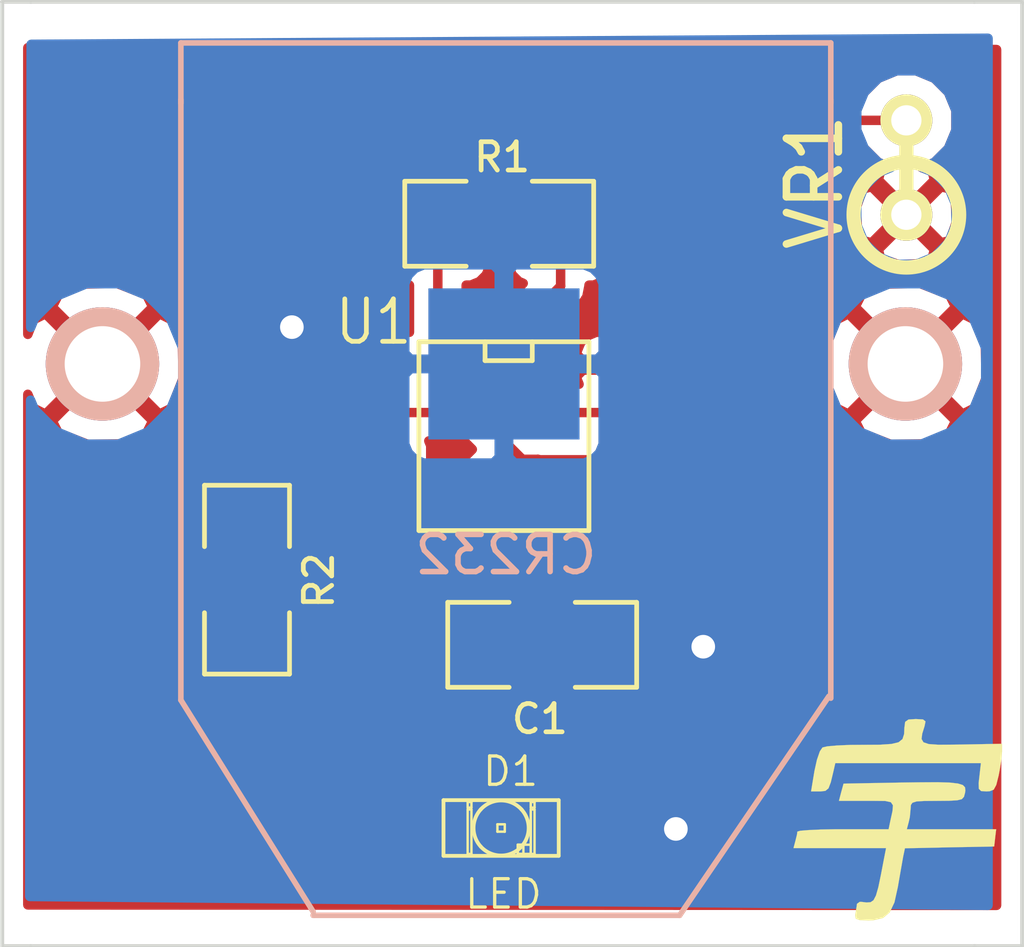
<source format=kicad_pcb>
(kicad_pcb (version 3) (host pcbnew "(2013-07-07 BZR 4022)-stable")

  (general
    (links 14)
    (no_connects 0)
    (area 59.525699 98.400399 87.4903 123.900401)
    (thickness 1.6)
    (drawings 10)
    (tracks 34)
    (zones 0)
    (modules 8)
    (nets 7)
  )

  (page A3)
  (layers
    (15 F.Cu signal)
    (0 B.Cu signal)
    (16 B.Adhes user)
    (17 F.Adhes user)
    (18 B.Paste user)
    (19 F.Paste user)
    (20 B.SilkS user)
    (21 F.SilkS user)
    (22 B.Mask user)
    (23 F.Mask user)
    (24 Dwgs.User user)
    (25 Cmts.User user)
    (26 Eco1.User user)
    (27 Eco2.User user)
    (28 Edge.Cuts user)
  )

  (setup
    (last_trace_width 0.254)
    (trace_clearance 0.254)
    (zone_clearance 0.508)
    (zone_45_only no)
    (trace_min 0.254)
    (segment_width 0.2)
    (edge_width 0.1)
    (via_size 0.889)
    (via_drill 0.635)
    (via_min_size 0.889)
    (via_min_drill 0.508)
    (uvia_size 0.508)
    (uvia_drill 0.127)
    (uvias_allowed no)
    (uvia_min_size 0.508)
    (uvia_min_drill 0.127)
    (pcb_text_width 0.3)
    (pcb_text_size 1.5 1.5)
    (mod_edge_width 0.15)
    (mod_text_size 1 1)
    (mod_text_width 0.15)
    (pad_size 4.064 4.064)
    (pad_drill 0)
    (pad_to_mask_clearance 0)
    (aux_axis_origin 0 0)
    (visible_elements 7FFFFFFF)
    (pcbplotparams
      (layerselection 3178497)
      (usegerberextensions true)
      (excludeedgelayer true)
      (linewidth 0.150000)
      (plotframeref false)
      (viasonmask false)
      (mode 1)
      (useauxorigin false)
      (hpglpennumber 1)
      (hpglpenspeed 20)
      (hpglpendiameter 15)
      (hpglpenoverlay 2)
      (psnegative false)
      (psa4output false)
      (plotreference true)
      (plotvalue true)
      (plotothertext true)
      (plotinvisibletext false)
      (padsonsilk false)
      (subtractmaskfromsilk false)
      (outputformat 1)
      (mirror false)
      (drillshape 1)
      (scaleselection 1)
      (outputdirectory ""))
  )

  (net 0 "")
  (net 1 GND)
  (net 2 N-000001)
  (net 3 N-000003)
  (net 4 N-000004)
  (net 5 N-000007)
  (net 6 VCC)

  (net_class Default "This is the default net class."
    (clearance 0.254)
    (trace_width 0.254)
    (via_dia 0.889)
    (via_drill 0.635)
    (uvia_dia 0.508)
    (uvia_drill 0.127)
    (add_net "")
    (add_net GND)
    (add_net N-000001)
    (add_net N-000003)
    (add_net N-000004)
    (add_net N-000007)
    (add_net VCC)
  )

  (module SO8N (layer F.Cu) (tedit 52DB41F2) (tstamp 52D78DCE)
    (at 73.0758 110.1344 270)
    (descr "Module CMS SOJ 8 pins large")
    (tags "CMS SOJ")
    (path /52CFA521)
    (attr smd)
    (fp_text reference U1 (at -3.0734 3.5052 360) (layer F.SilkS)
      (effects (font (size 1.143 1.016) (thickness 0.127)))
    )
    (fp_text value 7555 (at -3.2004 -2.794 360) (layer F.SilkS) hide
      (effects (font (size 1.016 1.016) (thickness 0.127)))
    )
    (fp_line (start -2.54 -2.286) (end 2.54 -2.286) (layer F.SilkS) (width 0.127))
    (fp_line (start 2.54 -2.286) (end 2.54 2.286) (layer F.SilkS) (width 0.127))
    (fp_line (start 2.54 2.286) (end -2.54 2.286) (layer F.SilkS) (width 0.127))
    (fp_line (start -2.54 2.286) (end -2.54 -2.286) (layer F.SilkS) (width 0.127))
    (fp_line (start -2.54 -0.762) (end -2.032 -0.762) (layer F.SilkS) (width 0.127))
    (fp_line (start -2.032 -0.762) (end -2.032 0.508) (layer F.SilkS) (width 0.127))
    (fp_line (start -2.032 0.508) (end -2.54 0.508) (layer F.SilkS) (width 0.127))
    (pad 8 smd rect (at -1.905 -3.175 270) (size 0.508 1.143)
      (layers F.Cu F.Paste F.Mask)
      (net 6 VCC)
    )
    (pad 7 smd rect (at -0.635 -3.175 270) (size 0.508 1.143)
      (layers F.Cu F.Paste F.Mask)
      (net 5 N-000007)
    )
    (pad 6 smd rect (at 0.635 -3.175 270) (size 0.508 1.143)
      (layers F.Cu F.Paste F.Mask)
      (net 3 N-000003)
    )
    (pad 5 smd rect (at 1.905 -3.175 270) (size 0.508 1.143)
      (layers F.Cu F.Paste F.Mask)
    )
    (pad 4 smd rect (at 1.905 3.175 270) (size 0.508 1.143)
      (layers F.Cu F.Paste F.Mask)
      (net 6 VCC)
    )
    (pad 3 smd rect (at 0.635 3.175 270) (size 0.508 1.143)
      (layers F.Cu F.Paste F.Mask)
      (net 4 N-000004)
    )
    (pad 2 smd rect (at -0.635 3.175 270) (size 0.508 1.143)
      (layers F.Cu F.Paste F.Mask)
      (net 3 N-000003)
    )
    (pad 1 smd rect (at -1.905 3.175 270) (size 0.508 1.143)
      (layers F.Cu F.Paste F.Mask)
      (net 1 GND)
    )
    (model smd/cms_so8.wrl
      (at (xyz 0 0 0))
      (scale (xyz 0.5 0.38 0.5))
      (rotate (xyz 0 0 0))
    )
  )

  (module SM1206 (layer F.Cu) (tedit 52DB41B3) (tstamp 52D78DDA)
    (at 72.9488 104.4194 180)
    (path /52D10678)
    (attr smd)
    (fp_text reference R1 (at -0.0762 1.7907 180) (layer F.SilkS)
      (effects (font (size 0.762 0.762) (thickness 0.127)))
    )
    (fp_text value 470k (at 0 0 180) (layer F.SilkS) hide
      (effects (font (size 0.762 0.762) (thickness 0.127)))
    )
    (fp_line (start -2.54 -1.143) (end -2.54 1.143) (layer F.SilkS) (width 0.127))
    (fp_line (start -2.54 1.143) (end -0.889 1.143) (layer F.SilkS) (width 0.127))
    (fp_line (start 0.889 -1.143) (end 2.54 -1.143) (layer F.SilkS) (width 0.127))
    (fp_line (start 2.54 -1.143) (end 2.54 1.143) (layer F.SilkS) (width 0.127))
    (fp_line (start 2.54 1.143) (end 0.889 1.143) (layer F.SilkS) (width 0.127))
    (fp_line (start -0.889 -1.143) (end -2.54 -1.143) (layer F.SilkS) (width 0.127))
    (pad 1 smd rect (at -1.651 0 180) (size 1.524 2.032)
      (layers F.Cu F.Paste F.Mask)
      (net 5 N-000007)
    )
    (pad 2 smd rect (at 1.651 0 180) (size 1.524 2.032)
      (layers F.Cu F.Paste F.Mask)
      (net 3 N-000003)
    )
    (model smd/chip_cms.wrl
      (at (xyz 0 0 0))
      (scale (xyz 0.17 0.16 0.16))
      (rotate (xyz 0 0 0))
    )
  )

  (module SM1206 (layer F.Cu) (tedit 52DB4175) (tstamp 52D78DE6)
    (at 74.1045 115.7478)
    (path /52D10682)
    (attr smd)
    (fp_text reference C1 (at -0.0635 1.9939) (layer F.SilkS)
      (effects (font (size 0.762 0.762) (thickness 0.127)))
    )
    (fp_text value 1u (at 0 0) (layer F.SilkS) hide
      (effects (font (size 0.762 0.762) (thickness 0.127)))
    )
    (fp_line (start -2.54 -1.143) (end -2.54 1.143) (layer F.SilkS) (width 0.127))
    (fp_line (start -2.54 1.143) (end -0.889 1.143) (layer F.SilkS) (width 0.127))
    (fp_line (start 0.889 -1.143) (end 2.54 -1.143) (layer F.SilkS) (width 0.127))
    (fp_line (start 2.54 -1.143) (end 2.54 1.143) (layer F.SilkS) (width 0.127))
    (fp_line (start 2.54 1.143) (end 0.889 1.143) (layer F.SilkS) (width 0.127))
    (fp_line (start -0.889 -1.143) (end -2.54 -1.143) (layer F.SilkS) (width 0.127))
    (pad 1 smd rect (at -1.651 0) (size 1.524 2.032)
      (layers F.Cu F.Paste F.Mask)
      (net 3 N-000003)
    )
    (pad 2 smd rect (at 1.651 0) (size 1.524 2.032)
      (layers F.Cu F.Paste F.Mask)
      (net 1 GND)
    )
    (model smd/chip_cms.wrl
      (at (xyz 0 0 0))
      (scale (xyz 0.17 0.16 0.16))
      (rotate (xyz 0 0 0))
    )
  )

  (module SM1206 (layer F.Cu) (tedit 52DB4193) (tstamp 52D78DF2)
    (at 66.167 113.9952 270)
    (path /52D10690)
    (attr smd)
    (fp_text reference R2 (at 0.0254 -1.9304 270) (layer F.SilkS)
      (effects (font (size 0.762 0.762) (thickness 0.127)))
    )
    (fp_text value 1k (at 0 0 270) (layer F.SilkS) hide
      (effects (font (size 0.762 0.762) (thickness 0.127)))
    )
    (fp_line (start -2.54 -1.143) (end -2.54 1.143) (layer F.SilkS) (width 0.127))
    (fp_line (start -2.54 1.143) (end -0.889 1.143) (layer F.SilkS) (width 0.127))
    (fp_line (start 0.889 -1.143) (end 2.54 -1.143) (layer F.SilkS) (width 0.127))
    (fp_line (start 2.54 -1.143) (end 2.54 1.143) (layer F.SilkS) (width 0.127))
    (fp_line (start 2.54 1.143) (end 0.889 1.143) (layer F.SilkS) (width 0.127))
    (fp_line (start -0.889 -1.143) (end -2.54 -1.143) (layer F.SilkS) (width 0.127))
    (pad 1 smd rect (at -1.651 0 270) (size 1.524 2.032)
      (layers F.Cu F.Paste F.Mask)
      (net 4 N-000004)
    )
    (pad 2 smd rect (at 1.651 0 270) (size 1.524 2.032)
      (layers F.Cu F.Paste F.Mask)
      (net 2 N-000001)
    )
    (model smd/chip_cms.wrl
      (at (xyz 0 0 0))
      (scale (xyz 0.17 0.16 0.16))
      (rotate (xyz 0 0 0))
    )
  )

  (module R1 (layer F.Cu) (tedit 52DB421A) (tstamp 52D78DFA)
    (at 83.8962 102.9081 90)
    (descr "Resistance verticale")
    (tags R)
    (path /52D106D4)
    (autoplace_cost90 10)
    (autoplace_cost180 10)
    (fp_text reference VR1 (at -0.3937 -2.4638 90) (layer F.SilkS)
      (effects (font (size 1.397 1.27) (thickness 0.2032)))
    )
    (fp_text value LDR (at 1.9939 2.032 90) (layer F.SilkS) hide
      (effects (font (size 1.397 1.27) (thickness 0.2032)))
    )
    (fp_line (start -1.27 0) (end 1.27 0) (layer F.SilkS) (width 0.381))
    (fp_circle (center -1.27 0) (end -0.635 1.27) (layer F.SilkS) (width 0.381))
    (pad 1 thru_hole circle (at -1.27 0 90) (size 1.397 1.397) (drill 0.8128)
      (layers *.Cu *.Mask F.SilkS)
      (net 6 VCC)
    )
    (pad 2 thru_hole circle (at 1.27 0 90) (size 1.397 1.397) (drill 0.8128)
      (layers *.Cu *.Mask F.SilkS)
      (net 5 N-000007)
    )
    (model discret/verti_resistor.wrl
      (at (xyz 0 0 0))
      (scale (xyz 1 1 1))
      (rotate (xyz 0 0 0))
    )
  )

  (module LED-1206 (layer F.Cu) (tedit 52DB41A3) (tstamp 52D78E24)
    (at 72.9996 120.6754)
    (descr "LED 1206 smd package")
    (tags "LED1206 SMD")
    (path /52D10737)
    (attr smd)
    (fp_text reference D1 (at 0.254 -1.524) (layer F.SilkS)
      (effects (font (size 0.762 0.762) (thickness 0.0889)))
    )
    (fp_text value LED (at 0.0635 1.778) (layer F.SilkS)
      (effects (font (size 0.762 0.762) (thickness 0.0889)))
    )
    (fp_line (start -0.09906 0.09906) (end 0.09906 0.09906) (layer F.SilkS) (width 0.06604))
    (fp_line (start 0.09906 0.09906) (end 0.09906 -0.09906) (layer F.SilkS) (width 0.06604))
    (fp_line (start -0.09906 -0.09906) (end 0.09906 -0.09906) (layer F.SilkS) (width 0.06604))
    (fp_line (start -0.09906 0.09906) (end -0.09906 -0.09906) (layer F.SilkS) (width 0.06604))
    (fp_line (start 0.44958 0.6985) (end 0.79756 0.6985) (layer F.SilkS) (width 0.06604))
    (fp_line (start 0.79756 0.6985) (end 0.79756 0.44958) (layer F.SilkS) (width 0.06604))
    (fp_line (start 0.44958 0.44958) (end 0.79756 0.44958) (layer F.SilkS) (width 0.06604))
    (fp_line (start 0.44958 0.6985) (end 0.44958 0.44958) (layer F.SilkS) (width 0.06604))
    (fp_line (start 0.79756 0.6985) (end 0.89916 0.6985) (layer F.SilkS) (width 0.06604))
    (fp_line (start 0.89916 0.6985) (end 0.89916 -0.49784) (layer F.SilkS) (width 0.06604))
    (fp_line (start 0.79756 -0.49784) (end 0.89916 -0.49784) (layer F.SilkS) (width 0.06604))
    (fp_line (start 0.79756 0.6985) (end 0.79756 -0.49784) (layer F.SilkS) (width 0.06604))
    (fp_line (start 0.79756 -0.54864) (end 0.89916 -0.54864) (layer F.SilkS) (width 0.06604))
    (fp_line (start 0.89916 -0.54864) (end 0.89916 -0.6985) (layer F.SilkS) (width 0.06604))
    (fp_line (start 0.79756 -0.6985) (end 0.89916 -0.6985) (layer F.SilkS) (width 0.06604))
    (fp_line (start 0.79756 -0.54864) (end 0.79756 -0.6985) (layer F.SilkS) (width 0.06604))
    (fp_line (start -0.89916 0.6985) (end -0.79756 0.6985) (layer F.SilkS) (width 0.06604))
    (fp_line (start -0.79756 0.6985) (end -0.79756 -0.49784) (layer F.SilkS) (width 0.06604))
    (fp_line (start -0.89916 -0.49784) (end -0.79756 -0.49784) (layer F.SilkS) (width 0.06604))
    (fp_line (start -0.89916 0.6985) (end -0.89916 -0.49784) (layer F.SilkS) (width 0.06604))
    (fp_line (start -0.89916 -0.54864) (end -0.79756 -0.54864) (layer F.SilkS) (width 0.06604))
    (fp_line (start -0.79756 -0.54864) (end -0.79756 -0.6985) (layer F.SilkS) (width 0.06604))
    (fp_line (start -0.89916 -0.6985) (end -0.79756 -0.6985) (layer F.SilkS) (width 0.06604))
    (fp_line (start -0.89916 -0.54864) (end -0.89916 -0.6985) (layer F.SilkS) (width 0.06604))
    (fp_line (start 0.44958 0.6985) (end 0.59944 0.6985) (layer F.SilkS) (width 0.06604))
    (fp_line (start 0.59944 0.6985) (end 0.59944 0.44958) (layer F.SilkS) (width 0.06604))
    (fp_line (start 0.44958 0.44958) (end 0.59944 0.44958) (layer F.SilkS) (width 0.06604))
    (fp_line (start 0.44958 0.6985) (end 0.44958 0.44958) (layer F.SilkS) (width 0.06604))
    (fp_line (start 1.5494 0.7493) (end -1.5494 0.7493) (layer F.SilkS) (width 0.1016))
    (fp_line (start -1.5494 0.7493) (end -1.5494 -0.7493) (layer F.SilkS) (width 0.1016))
    (fp_line (start -1.5494 -0.7493) (end 1.5494 -0.7493) (layer F.SilkS) (width 0.1016))
    (fp_line (start 1.5494 -0.7493) (end 1.5494 0.7493) (layer F.SilkS) (width 0.1016))
    (fp_arc (start 0 0) (end 0.54864 0.49784) (angle 95.4) (layer F.SilkS) (width 0.1016))
    (fp_arc (start 0 0) (end -0.54864 0.49784) (angle 84.5) (layer F.SilkS) (width 0.1016))
    (fp_arc (start 0 0) (end -0.54864 -0.49784) (angle 95.4) (layer F.SilkS) (width 0.1016))
    (fp_arc (start 0 0) (end 0.54864 -0.49784) (angle 84.5) (layer F.SilkS) (width 0.1016))
    (pad 1 smd rect (at -1.41986 0) (size 1.59766 1.80086)
      (layers F.Cu F.Paste F.Mask)
      (net 2 N-000001)
    )
    (pad 2 smd rect (at 1.41986 0) (size 1.59766 1.80086)
      (layers F.Cu F.Paste F.Mask)
      (net 1 GND)
    )
  )

  (module CR2032 (layer B.Cu) (tedit 52DB420A) (tstamp 52DB4171)
    (at 73.0758 108.1913 180)
    (path /52D10805)
    (fp_text reference BT1 (at 0 5.7404 180) (layer B.SilkS) hide
      (effects (font (size 1 1) (thickness 0.15)) (justify mirror))
    )
    (fp_text value CR232 (at -0.0508 -5.1308 180) (layer B.SilkS)
      (effects (font (size 1 1) (thickness 0.15)) (justify mirror))
    )
    (fp_line (start 8.6868 7.0104) (end 8.6868 8.636) (layer B.SilkS) (width 0.15))
    (fp_line (start -8.7884 7.0104) (end -8.7884 8.636) (layer B.SilkS) (width 0.15))
    (fp_line (start -4.7244 -14.8336) (end 5.1308 -14.8336) (layer B.SilkS) (width 0.15))
    (fp_line (start 8.6868 -9.0424) (end 5.1308 -14.732) (layer B.SilkS) (width 0.15))
    (fp_line (start -8.7376 -8.9408) (end -4.7244 -14.8336) (layer B.SilkS) (width 0.15))
    (fp_line (start 8.6868 7.112) (end 8.6868 -9.0424) (layer B.SilkS) (width 0.15))
    (fp_line (start -8.7884 7.112) (end -8.7884 -8.9916) (layer B.SilkS) (width 0.15))
    (fp_line (start -8.7884 8.636) (end 8.6868 8.636) (layer B.SilkS) (width 0.15))
    (pad 2 smd rect (at 0 0 180) (size 4.064 4.064)
      (layers B.Cu B.Paste B.Mask)
      (net 1 GND)
    )
    (pad 1 thru_hole circle (at 10.795 0 180) (size 3.048 3.048) (drill 2.032)
      (layers *.Cu *.Mask B.SilkS)
      (net 6 VCC)
    )
    (pad 1 thru_hole circle (at -10.795 0 180) (size 3.048 3.048) (drill 2.032)
      (layers *.Cu *.Mask B.SilkS)
      (net 6 VCC)
    )
  )

  (module LOGO (layer F.Cu) (tedit 52DB4555) (tstamp 52DC59F9)
    (at 83.5914 120.3706)
    (fp_text reference G*** (at -3.5687 2.413) (layer F.SilkS) hide
      (effects (font (size 1.524 1.524) (thickness 0.3048)))
    )
    (fp_text value LOGO (at 0.0635 -4.0259) (layer F.SilkS) hide
      (effects (font (size 1.524 1.524) (thickness 0.3048)))
    )
    (fp_poly (pts (xy 2.72034 0.33782) (xy 2.6924 0.5715) (xy 2.667 0.80264) (xy 1.46558 0.8255)
      (xy 0.2667 0.8509) (xy 0.21844 1.0795) (xy 0.18288 1.2827) (xy 0.12954 1.58496)
      (xy 0.0762 1.8923) (xy -0.01524 2.30632) (xy -0.14224 2.57556) (xy -0.32258 2.72796)
      (xy -0.58674 2.78892) (xy -0.71882 2.794) (xy -0.9525 2.78384) (xy -1.05664 2.74574)
      (xy -1.07188 2.6543) (xy -1.06426 2.6035) (xy -1.03378 2.42316) (xy -1.02362 2.34442)
      (xy -0.94996 2.29108) (xy -0.90932 2.29108) (xy -0.76454 2.30886) (xy -0.65786 2.30124)
      (xy -0.57912 2.2479) (xy -0.51308 2.1209) (xy -0.44958 1.89992) (xy -0.37846 1.55702)
      (xy -0.28702 1.0795) (xy -0.2413 0.84582) (xy -1.4859 0.84582) (xy -2.7305 0.84582)
      (xy -2.6797 0.65532) (xy -2.63652 0.48006) (xy -2.62636 0.40132) (xy -2.54508 0.37846)
      (xy -2.32664 0.36068) (xy -1.99644 0.34544) (xy -1.5875 0.33782) (xy -1.39954 0.33782)
      (xy -0.17272 0.33782) (xy -0.12446 0.10414) (xy -0.06858 -0.14986) (xy -0.05588 -0.3048)
      (xy -0.11176 -0.38862) (xy -0.26416 -0.42164) (xy -0.54356 -0.42418) (xy -0.762 -0.42418)
      (xy -1.50876 -0.42418) (xy -1.4478 -0.65786) (xy -1.3843 -0.889) (xy 0.08636 -0.91694)
      (xy 0.69342 -0.92456) (xy 1.14808 -0.9271) (xy 1.47574 -0.91694) (xy 1.69418 -0.89154)
      (xy 1.82372 -0.8509) (xy 1.88214 -0.78994) (xy 1.8923 -0.70358) (xy 1.88214 -0.63754)
      (xy 1.8542 -0.5334) (xy 1.79578 -0.4699) (xy 1.67132 -0.43942) (xy 1.44526 -0.42672)
      (xy 1.13284 -0.42418) (xy 0.7874 -0.42164) (xy 0.57658 -0.40894) (xy 0.46736 -0.37338)
      (xy 0.42672 -0.31242) (xy 0.42164 -0.23368) (xy 0.39878 0.01016) (xy 0.3683 0.14732)
      (xy 0.3175 0.33782) (xy 1.51892 0.33782) (xy 2.72034 0.33782) (xy 2.72034 0.33782)) (layer F.SilkS) (width 0.00254))
    (fp_poly (pts (xy 2.87782 -1.74752) (xy 2.86004 -1.53924) (xy 2.81432 -1.25222) (xy 2.78638 -1.1049)
      (xy 2.72288 -0.85344) (xy 2.6543 -0.72644) (xy 2.54508 -0.68326) (xy 2.45872 -0.67818)
      (xy 2.31394 -0.68834) (xy 2.25298 -0.7493) (xy 2.2479 -0.90424) (xy 2.26568 -1.05918)
      (xy 2.30886 -1.44018) (xy 0.35052 -1.44018) (xy -1.60528 -1.44018) (xy -1.65862 -1.2065)
      (xy -1.7272 -0.92202) (xy -1.78816 -0.762) (xy -1.87198 -0.69342) (xy -1.99898 -0.67818)
      (xy -2.02438 -0.67818) (xy -2.25806 -0.67818) (xy -2.16662 -1.2319) (xy -2.10058 -1.52908)
      (xy -2.02184 -1.75768) (xy -1.95072 -1.86182) (xy -1.82118 -1.8923) (xy -1.5621 -1.91516)
      (xy -1.21158 -1.9304) (xy -0.86106 -1.93294) (xy -0.40894 -1.93548) (xy -0.09906 -1.9558)
      (xy 0.09398 -2.00152) (xy 0.20066 -2.08788) (xy 0.24384 -2.2225) (xy 0.25146 -2.39268)
      (xy 0.27178 -2.55016) (xy 0.36068 -2.61366) (xy 0.55626 -2.62636) (xy 0.75184 -2.6162)
      (xy 0.82042 -2.56286) (xy 0.79502 -2.43586) (xy 0.73152 -2.23012) (xy 0.71374 -2.09042)
      (xy 0.76454 -2.00152) (xy 0.90678 -1.95326) (xy 1.16332 -1.93548) (xy 1.55448 -1.93802)
      (xy 1.79832 -1.94056) (xy 2.87782 -1.96088) (xy 2.87782 -1.74752) (xy 2.87782 -1.74752)) (layer F.SilkS) (width 0.00254))
  )

  (gr_line (start 85.725 123.8504) (end 87.0077 123.8504) (angle 90) (layer Edge.Cuts) (width 0.1))
  (gr_line (start 87.0204 98.4504) (end 87.0204 98.4758) (angle 90) (layer Edge.Cuts) (width 0.1))
  (gr_line (start 85.7123 98.4504) (end 87.0204 98.4504) (angle 90) (layer Edge.Cuts) (width 0.1))
  (gr_line (start 59.5884 123.8504) (end 59.5884 123.8377) (angle 90) (layer Edge.Cuts) (width 0.1))
  (gr_line (start 60.3504 123.8504) (end 59.5884 123.8504) (angle 90) (layer Edge.Cuts) (width 0.1))
  (gr_line (start 60.3631 98.4504) (end 59.5757 98.4504) (angle 90) (layer Edge.Cuts) (width 0.1))
  (gr_line (start 85.7377 98.4504) (end 60.3377 98.4504) (angle 90) (layer Edge.Cuts) (width 0.1))
  (gr_line (start 87.0077 123.8504) (end 87.0077 98.4504) (angle 90) (layer Edge.Cuts) (width 0.1))
  (gr_line (start 60.3504 123.8504) (end 85.7377 123.8504) (angle 90) (layer Edge.Cuts) (width 0.1))
  (gr_line (start 59.5884 98.4504) (end 59.5884 123.8504) (angle 90) (layer Edge.Cuts) (width 0.1))

  (segment (start 74.41946 120.6754) (end 77.6732 120.6754) (width 0.254) (layer F.Cu) (net 1))
  (via (at 77.6986 120.7008) (size 0.889) (layers F.Cu B.Cu) (net 1))
  (segment (start 77.6732 120.6754) (end 77.6986 120.7008) (width 0.254) (layer F.Cu) (net 1) (tstamp 52DB96CD))
  (segment (start 75.7555 115.7478) (end 78.3844 115.7478) (width 0.254) (layer F.Cu) (net 1))
  (via (at 78.4352 115.7986) (size 0.889) (layers F.Cu B.Cu) (net 1))
  (segment (start 78.3844 115.7478) (end 78.4352 115.7986) (width 0.254) (layer F.Cu) (net 1) (tstamp 52DB96C8))
  (segment (start 69.9008 108.2294) (end 68.4022 108.2294) (width 0.254) (layer F.Cu) (net 1))
  (via (at 67.3735 107.2007) (size 0.889) (layers F.Cu B.Cu) (net 1))
  (segment (start 68.4022 108.2294) (end 67.3735 107.2007) (width 0.254) (layer F.Cu) (net 1) (tstamp 52DB96C2))
  (segment (start 66.167 115.6462) (end 66.167 117.9449) (width 0.254) (layer F.Cu) (net 2))
  (segment (start 68.8975 120.6754) (end 71.57974 120.6754) (width 0.254) (layer F.Cu) (net 2) (tstamp 52DB968D))
  (segment (start 66.167 117.9449) (end 68.8975 120.6754) (width 0.254) (layer F.Cu) (net 2) (tstamp 52DB968B))
  (segment (start 72.4535 115.7478) (end 72.4535 111.3409) (width 0.254) (layer F.Cu) (net 3))
  (segment (start 73.9902 110.7567) (end 73.9902 110.7694) (width 0.254) (layer F.Cu) (net 3) (tstamp 52DB969F))
  (segment (start 73.0377 110.7567) (end 73.9902 110.7567) (width 0.254) (layer F.Cu) (net 3) (tstamp 52DB969D))
  (segment (start 72.4535 111.3409) (end 73.0377 110.7567) (width 0.254) (layer F.Cu) (net 3) (tstamp 52DB969C))
  (segment (start 71.2978 104.4194) (end 71.2978 109.474) (width 0.254) (layer F.Cu) (net 3))
  (segment (start 71.2978 109.474) (end 71.2724 109.4994) (width 0.254) (layer F.Cu) (net 3) (tstamp 52DB9691))
  (segment (start 69.9008 109.4994) (end 71.2724 109.4994) (width 0.254) (layer F.Cu) (net 3))
  (segment (start 71.2724 109.4994) (end 72.3138 109.4994) (width 0.254) (layer F.Cu) (net 3) (tstamp 52DB9694))
  (segment (start 73.5838 110.7694) (end 73.9902 110.7694) (width 0.254) (layer F.Cu) (net 3) (tstamp 52DB95C8))
  (segment (start 73.9902 110.7694) (end 76.2508 110.7694) (width 0.254) (layer F.Cu) (net 3) (tstamp 52DB96A0))
  (segment (start 72.3138 109.4994) (end 73.5838 110.7694) (width 0.254) (layer F.Cu) (net 3) (tstamp 52DB95C6))
  (segment (start 66.167 112.3442) (end 66.167 111.3282) (width 0.254) (layer F.Cu) (net 4))
  (segment (start 66.7258 110.7694) (end 69.9008 110.7694) (width 0.254) (layer F.Cu) (net 4) (tstamp 52DB9590))
  (segment (start 66.167 111.3282) (end 66.7258 110.7694) (width 0.254) (layer F.Cu) (net 4) (tstamp 52DB958F))
  (segment (start 74.5998 104.4194) (end 74.5998 106.0958) (width 0.254) (layer F.Cu) (net 5))
  (segment (start 74.676 109.4994) (end 76.2508 109.4994) (width 0.254) (layer F.Cu) (net 5) (tstamp 52DB96B7))
  (segment (start 74.0156 108.839) (end 74.676 109.4994) (width 0.254) (layer F.Cu) (net 5) (tstamp 52DB96B6))
  (segment (start 74.0156 106.68) (end 74.0156 108.839) (width 0.254) (layer F.Cu) (net 5) (tstamp 52DB96B5))
  (segment (start 74.5998 106.0958) (end 74.0156 106.68) (width 0.254) (layer F.Cu) (net 5) (tstamp 52DB96B3))
  (segment (start 83.8962 101.6381) (end 79.5401 101.6381) (width 0.254) (layer F.Cu) (net 5))
  (segment (start 76.7588 104.4194) (end 74.5998 104.4194) (width 0.254) (layer F.Cu) (net 5) (tstamp 52DB96AC))
  (segment (start 79.5401 101.6381) (end 76.7588 104.4194) (width 0.254) (layer F.Cu) (net 5) (tstamp 52DB96AA))

  (zone (net 6) (net_name VCC) (layer F.Cu) (tstamp 52DB9601) (hatch edge 0.508)
    (connect_pads (clearance 0.508))
    (min_thickness 0.254)
    (fill (arc_segments 16) (thermal_gap 0.508) (thermal_bridge_width 0.508))
    (polygon
      (pts
        (xy 86.7664 122.8852) (xy 60.0837 122.8725) (xy 60.0837 99.5553) (xy 86.7664 99.6061)
      )
    )
    (filled_polygon
      (pts
        (xy 86.3227 122.757989) (xy 86.037356 122.757853) (xy 86.037356 108.580836) (xy 86.021506 107.722079) (xy 85.723368 107.002311)
        (xy 85.402106 106.839599) (xy 85.242124 106.999581) (xy 85.242124 104.37062) (xy 85.22993 104.146164) (xy 85.22993 101.374014)
        (xy 85.027345 100.88372) (xy 84.652553 100.508274) (xy 84.162613 100.304833) (xy 83.632114 100.30437) (xy 83.14182 100.506955)
        (xy 82.77203 100.8761) (xy 79.5401 100.8761) (xy 79.248495 100.934104) (xy 79.001285 101.099285) (xy 76.44317 103.6574)
        (xy 75.99691 103.6574) (xy 75.99691 103.277645) (xy 75.900441 103.044171) (xy 75.721968 102.865387) (xy 75.488664 102.768511)
        (xy 75.236045 102.76829) (xy 73.712045 102.76829) (xy 73.478571 102.864759) (xy 73.299787 103.043232) (xy 73.202911 103.276536)
        (xy 73.20269 103.529155) (xy 73.20269 105.561155) (xy 73.299159 105.794629) (xy 73.477632 105.973413) (xy 73.59558 106.022389)
        (xy 73.476785 106.141185) (xy 73.311604 106.388395) (xy 73.2536 106.68) (xy 73.2536 108.839) (xy 73.311604 109.130605)
        (xy 73.476785 109.377815) (xy 74.106369 110.0074) (xy 74.054047 110.0074) (xy 73.9902 109.9947) (xy 73.88673 109.9947)
        (xy 72.852615 108.960585) (xy 72.605405 108.795404) (xy 72.3138 108.7374) (xy 72.0598 108.7374) (xy 72.0598 106.07051)
        (xy 72.185555 106.07051) (xy 72.419029 105.974041) (xy 72.597813 105.795568) (xy 72.694689 105.562264) (xy 72.69491 105.309645)
        (xy 72.69491 103.277645) (xy 72.598441 103.044171) (xy 72.419968 102.865387) (xy 72.186664 102.768511) (xy 71.934045 102.76829)
        (xy 70.410045 102.76829) (xy 70.176571 102.864759) (xy 69.997787 103.043232) (xy 69.900911 103.276536) (xy 69.90069 103.529155)
        (xy 69.90069 105.561155) (xy 69.997159 105.794629) (xy 70.175632 105.973413) (xy 70.408936 106.070289) (xy 70.5358 106.070399)
        (xy 70.5358 107.340455) (xy 70.346545 107.34029) (xy 69.203545 107.34029) (xy 68.970071 107.436759) (xy 68.791287 107.615232)
        (xy 68.694411 107.848536) (xy 68.69419 108.101155) (xy 68.69419 108.609155) (xy 68.790659 108.842629) (xy 68.812273 108.864281)
        (xy 68.791287 108.885232) (xy 68.694411 109.118536) (xy 68.69419 109.371155) (xy 68.69419 109.879155) (xy 68.747179 110.0074)
        (xy 66.7258 110.0074) (xy 66.434195 110.065404) (xy 66.186984 110.230585) (xy 65.628185 110.789385) (xy 65.522809 110.94709)
        (xy 65.025245 110.94709) (xy 64.791771 111.043559) (xy 64.612987 111.222032) (xy 64.516111 111.455336) (xy 64.51589 111.707955)
        (xy 64.51589 113.231955) (xy 64.612359 113.465429) (xy 64.790832 113.644213) (xy 65.024136 113.741089) (xy 65.276755 113.74131)
        (xy 67.308755 113.74131) (xy 67.542229 113.644841) (xy 67.721013 113.466368) (xy 67.817889 113.233064) (xy 67.81811 112.980445)
        (xy 67.81811 111.5314) (xy 68.747179 111.5314) (xy 68.69419 111.659645) (xy 68.6943 111.75365) (xy 68.85305 111.9124)
        (xy 69.7738 111.9124) (xy 69.7738 111.8924) (xy 70.0278 111.8924) (xy 70.0278 111.9124) (xy 70.94855 111.9124)
        (xy 71.1073 111.75365) (xy 71.10741 111.659645) (xy 71.010941 111.426171) (xy 70.989326 111.404518) (xy 71.010313 111.383568)
        (xy 71.107189 111.150264) (xy 71.10741 110.897645) (xy 71.10741 110.389645) (xy 71.05442 110.2614) (xy 71.2724 110.2614)
        (xy 71.998169 110.2614) (xy 72.226769 110.489999) (xy 71.914685 110.802085) (xy 71.749504 111.049295) (xy 71.6915 111.3409)
        (xy 71.6915 114.09669) (xy 71.565745 114.09669) (xy 71.332271 114.193159) (xy 71.153487 114.371632) (xy 71.10741 114.482598)
        (xy 71.10741 112.419155) (xy 71.1073 112.32515) (xy 70.94855 112.1664) (xy 70.0278 112.1664) (xy 70.0278 112.76965)
        (xy 70.18655 112.9284) (xy 70.346545 112.92851) (xy 70.599164 112.928289) (xy 70.832468 112.831413) (xy 71.010941 112.652629)
        (xy 71.10741 112.419155) (xy 71.10741 114.482598) (xy 71.056611 114.604936) (xy 71.05639 114.857555) (xy 71.05639 116.889555)
        (xy 71.152859 117.123029) (xy 71.331332 117.301813) (xy 71.564636 117.398689) (xy 71.817255 117.39891) (xy 73.341255 117.39891)
        (xy 73.574729 117.302441) (xy 73.753513 117.123968) (xy 73.850389 116.890664) (xy 73.85061 116.638045) (xy 73.85061 114.606045)
        (xy 73.754141 114.372571) (xy 73.575668 114.193787) (xy 73.342364 114.096911) (xy 73.2155 114.0968) (xy 73.2155 111.65653)
        (xy 73.35333 111.5187) (xy 73.519952 111.5187) (xy 73.519956 111.5187) (xy 73.5838 111.5314) (xy 73.9902 111.5314)
        (xy 75.097202 111.5314) (xy 75.044411 111.658536) (xy 75.04419 111.911155) (xy 75.04419 112.419155) (xy 75.140659 112.652629)
        (xy 75.319132 112.831413) (xy 75.552436 112.928289) (xy 75.805055 112.92851) (xy 76.948055 112.92851) (xy 77.181529 112.832041)
        (xy 77.360313 112.653568) (xy 77.457189 112.420264) (xy 77.45741 112.167645) (xy 77.45741 111.659645) (xy 77.360941 111.426171)
        (xy 77.339326 111.404518) (xy 77.360313 111.383568) (xy 77.457189 111.150264) (xy 77.45741 110.897645) (xy 77.45741 110.389645)
        (xy 77.360941 110.156171) (xy 77.339326 110.134518) (xy 77.360313 110.113568) (xy 77.457189 109.880264) (xy 77.45741 109.627645)
        (xy 77.45741 109.119645) (xy 77.360941 108.886171) (xy 77.339207 108.8644) (xy 77.360941 108.842629) (xy 77.45741 108.609155)
        (xy 77.45741 107.849645) (xy 77.360941 107.616171) (xy 77.182468 107.437387) (xy 76.949164 107.340511) (xy 76.696545 107.34029)
        (xy 76.53655 107.3404) (xy 76.3778 107.49915) (xy 76.3778 108.1024) (xy 77.29855 108.1024) (xy 77.4573 107.94365)
        (xy 77.45741 107.849645) (xy 77.45741 108.609155) (xy 77.4573 108.51515) (xy 77.29855 108.3564) (xy 76.3778 108.3564)
        (xy 76.3778 108.3764) (xy 76.1238 108.3764) (xy 76.1238 108.3564) (xy 76.1238 108.1024) (xy 76.1238 107.49915)
        (xy 75.96505 107.3404) (xy 75.805055 107.34029) (xy 75.552436 107.340511) (xy 75.319132 107.437387) (xy 75.140659 107.616171)
        (xy 75.04419 107.849645) (xy 75.0443 107.94365) (xy 75.20305 108.1024) (xy 76.1238 108.1024) (xy 76.1238 108.3564)
        (xy 75.20305 108.3564) (xy 75.0443 108.51515) (xy 75.04419 108.609155) (xy 75.097179 108.7374) (xy 74.99163 108.7374)
        (xy 74.7776 108.523369) (xy 74.7776 106.99563) (xy 75.138615 106.634616) (xy 75.138615 106.634615) (xy 75.303796 106.387405)
        (xy 75.361799 106.0958) (xy 75.3618 106.0958) (xy 75.3618 106.07051) (xy 75.487555 106.07051) (xy 75.721029 105.974041)
        (xy 75.899813 105.795568) (xy 75.996689 105.562264) (xy 75.99691 105.309645) (xy 75.99691 105.1814) (xy 76.7588 105.1814)
        (xy 76.7588 105.181399) (xy 77.050404 105.123396) (xy 77.050405 105.123396) (xy 77.297615 104.958215) (xy 79.85573 102.4001)
        (xy 82.772661 102.4001) (xy 83.139847 102.767926) (xy 83.461322 102.901414) (xy 83.203272 103.008302) (xy 83.141619 103.243914)
        (xy 83.8962 103.998495) (xy 84.650781 103.243914) (xy 84.589128 103.008302) (xy 84.309883 102.910017) (xy 84.65058 102.769245)
        (xy 85.026026 102.394453) (xy 85.229467 101.904513) (xy 85.22993 101.374014) (xy 85.22993 104.146164) (xy 85.213346 103.840902)
        (xy 85.065998 103.485172) (xy 84.830386 103.423519) (xy 84.075805 104.1781) (xy 84.830386 104.932681) (xy 85.065998 104.871028)
        (xy 85.242124 104.37062) (xy 85.242124 106.999581) (xy 85.222501 107.019204) (xy 85.222501 106.659994) (xy 85.059789 106.338732)
        (xy 84.650781 106.178092) (xy 84.650781 105.112286) (xy 83.8962 104.357705) (xy 83.716595 104.53731) (xy 83.716595 104.1781)
        (xy 82.962014 103.423519) (xy 82.726402 103.485172) (xy 82.550276 103.98558) (xy 82.579054 104.515298) (xy 82.726402 104.871028)
        (xy 82.962014 104.932681) (xy 83.716595 104.1781) (xy 83.716595 104.53731) (xy 83.141619 105.112286) (xy 83.203272 105.347898)
        (xy 83.70368 105.524024) (xy 84.233398 105.495246) (xy 84.589128 105.347898) (xy 84.650781 105.112286) (xy 84.650781 106.178092)
        (xy 84.260336 106.024744) (xy 83.401579 106.040594) (xy 82.681811 106.338732) (xy 82.519099 106.659994) (xy 83.8708 108.011695)
        (xy 85.222501 106.659994) (xy 85.222501 107.019204) (xy 84.050405 108.1913) (xy 85.402106 109.543001) (xy 85.723368 109.380289)
        (xy 86.037356 108.580836) (xy 86.037356 122.757853) (xy 85.222501 122.757465) (xy 85.222501 109.722606) (xy 83.8708 108.370905)
        (xy 83.691195 108.55051) (xy 83.691195 108.1913) (xy 82.339494 106.839599) (xy 82.018232 107.002311) (xy 81.704244 107.801764)
        (xy 81.720094 108.660521) (xy 82.018232 109.380289) (xy 82.339494 109.543001) (xy 83.691195 108.1913) (xy 83.691195 108.55051)
        (xy 82.519099 109.722606) (xy 82.681811 110.043868) (xy 83.481264 110.357856) (xy 84.340021 110.342006) (xy 85.059789 110.043868)
        (xy 85.222501 109.722606) (xy 85.222501 122.757465) (xy 77.15261 122.753623) (xy 77.15261 116.638045) (xy 77.15261 114.606045)
        (xy 77.056141 114.372571) (xy 76.877668 114.193787) (xy 76.644364 114.096911) (xy 76.391745 114.09669) (xy 74.867745 114.09669)
        (xy 74.634271 114.193159) (xy 74.455487 114.371632) (xy 74.358611 114.604936) (xy 74.35839 114.857555) (xy 74.35839 116.889555)
        (xy 74.454859 117.123029) (xy 74.633332 117.301813) (xy 74.866636 117.398689) (xy 75.119255 117.39891) (xy 76.643255 117.39891)
        (xy 76.876729 117.302441) (xy 77.055513 117.123968) (xy 77.152389 116.890664) (xy 77.15261 116.638045) (xy 77.15261 122.753623)
        (xy 75.8534 122.753005) (xy 75.8534 121.450075) (xy 75.8534 119.649215) (xy 75.756931 119.415741) (xy 75.578458 119.236957)
        (xy 75.345154 119.140081) (xy 75.092535 119.13986) (xy 73.494875 119.13986) (xy 73.261401 119.236329) (xy 73.082617 119.414802)
        (xy 72.999515 119.614933) (xy 72.917211 119.415741) (xy 72.738738 119.236957) (xy 72.505434 119.140081) (xy 72.252815 119.13986)
        (xy 70.655155 119.13986) (xy 70.421681 119.236329) (xy 70.242897 119.414802) (xy 70.146021 119.648106) (xy 70.1458 119.900725)
        (xy 70.1458 119.9134) (xy 69.7738 119.9134) (xy 69.7738 112.76965) (xy 69.7738 112.1664) (xy 68.85305 112.1664)
        (xy 68.6943 112.32515) (xy 68.69419 112.419155) (xy 68.790659 112.652629) (xy 68.969132 112.831413) (xy 69.202436 112.928289)
        (xy 69.455055 112.92851) (xy 69.61505 112.9284) (xy 69.7738 112.76965) (xy 69.7738 119.9134) (xy 69.21313 119.9134)
        (xy 66.929 117.62927) (xy 66.929 117.04331) (xy 67.308755 117.04331) (xy 67.542229 116.946841) (xy 67.721013 116.768368)
        (xy 67.817889 116.535064) (xy 67.81811 116.282445) (xy 67.81811 114.758445) (xy 67.721641 114.524971) (xy 67.543168 114.346187)
        (xy 67.309864 114.249311) (xy 67.057245 114.24909) (xy 65.025245 114.24909) (xy 64.791771 114.345559) (xy 64.612987 114.524032)
        (xy 64.516111 114.757336) (xy 64.51589 115.009955) (xy 64.51589 116.533955) (xy 64.612359 116.767429) (xy 64.790832 116.946213)
        (xy 65.024136 117.043089) (xy 65.276755 117.04331) (xy 65.405 117.04331) (xy 65.405 117.9449) (xy 65.463004 118.236505)
        (xy 65.628185 118.483715) (xy 68.358685 121.214215) (xy 68.605895 121.379396) (xy 68.8975 121.4374) (xy 70.1458 121.4374)
        (xy 70.1458 121.701585) (xy 70.242269 121.935059) (xy 70.420742 122.113843) (xy 70.654046 122.210719) (xy 70.906665 122.21094)
        (xy 72.504325 122.21094) (xy 72.737799 122.114471) (xy 72.916583 121.935998) (xy 72.999684 121.735866) (xy 73.081989 121.935059)
        (xy 73.260462 122.113843) (xy 73.493766 122.210719) (xy 73.746385 122.21094) (xy 75.344045 122.21094) (xy 75.577519 122.114471)
        (xy 75.756303 121.935998) (xy 75.853179 121.702694) (xy 75.8534 121.450075) (xy 75.8534 122.753005) (xy 64.447356 122.747575)
        (xy 64.447356 108.580836) (xy 64.431506 107.722079) (xy 64.133368 107.002311) (xy 63.812106 106.839599) (xy 63.632501 107.019204)
        (xy 63.632501 106.659994) (xy 63.469789 106.338732) (xy 62.670336 106.024744) (xy 61.811579 106.040594) (xy 61.091811 106.338732)
        (xy 60.929099 106.659994) (xy 62.2808 108.011695) (xy 63.632501 106.659994) (xy 63.632501 107.019204) (xy 62.460405 108.1913)
        (xy 63.812106 109.543001) (xy 64.133368 109.380289) (xy 64.447356 108.580836) (xy 64.447356 122.747575) (xy 63.632501 122.747188)
        (xy 63.632501 109.722606) (xy 62.2808 108.370905) (xy 60.929099 109.722606) (xy 61.091811 110.043868) (xy 61.891264 110.357856)
        (xy 62.750021 110.342006) (xy 63.469789 110.043868) (xy 63.632501 109.722606) (xy 63.632501 122.747188) (xy 60.2734 122.745589)
        (xy 60.2734 109.006491) (xy 60.428232 109.380289) (xy 60.749494 109.543001) (xy 62.101195 108.1913) (xy 60.749494 106.839599)
        (xy 60.428232 107.002311) (xy 60.2734 107.396532) (xy 60.2734 99.682661) (xy 86.3227 99.732255) (xy 86.3227 122.757989)
      )
    )
  )
  (zone (net 1) (net_name GND) (layer B.Cu) (tstamp 52DB96BB) (hatch edge 0.508)
    (connect_pads (clearance 0.508))
    (min_thickness 0.254)
    (fill (arc_segments 16) (thermal_gap 0.508) (thermal_bridge_width 0.508))
    (polygon
      (pts
        (xy 60.198 122.6439) (xy 60.2361 99.4664) (xy 86.2203 99.3013) (xy 86.2203 122.8852) (xy 60.198 122.6439)
      )
    )
    (filled_polygon
      (pts
        (xy 86.0933 122.757017) (xy 86.030174 122.756431) (xy 86.030174 107.763733) (xy 85.702178 106.969923) (xy 85.22993 106.496849)
        (xy 85.22993 103.914014) (xy 85.027345 103.42372) (xy 84.652553 103.048274) (xy 84.314751 102.908006) (xy 84.65058 102.769245)
        (xy 85.026026 102.394453) (xy 85.229467 101.904513) (xy 85.22993 101.374014) (xy 85.027345 100.88372) (xy 84.652553 100.508274)
        (xy 84.162613 100.304833) (xy 83.632114 100.30437) (xy 83.14182 100.506955) (xy 82.766374 100.881747) (xy 82.562933 101.371687)
        (xy 82.56247 101.902186) (xy 82.765055 102.39248) (xy 83.139847 102.767926) (xy 83.477648 102.908193) (xy 83.14182 103.046955)
        (xy 82.766374 103.421747) (xy 82.562933 103.911687) (xy 82.56247 104.442186) (xy 82.765055 104.93248) (xy 83.139847 105.307926)
        (xy 83.629787 105.511367) (xy 84.160286 105.51183) (xy 84.65058 105.309245) (xy 85.026026 104.934453) (xy 85.229467 104.444513)
        (xy 85.22993 103.914014) (xy 85.22993 106.496849) (xy 85.095372 106.362056) (xy 84.302136 106.032676) (xy 83.443233 106.031926)
        (xy 82.649423 106.359922) (xy 82.041556 106.966728) (xy 81.712176 107.759964) (xy 81.711426 108.618867) (xy 82.039422 109.412677)
        (xy 82.646228 110.020544) (xy 83.439464 110.349924) (xy 84.298367 110.350674) (xy 85.092177 110.022678) (xy 85.700044 109.415872)
        (xy 86.029424 108.622636) (xy 86.030174 107.763733) (xy 86.030174 122.756431) (xy 75.74291 122.661039) (xy 75.74291 110.097545)
        (xy 75.74291 106.285055) (xy 75.742689 106.032436) (xy 75.645813 105.799132) (xy 75.467029 105.620659) (xy 75.233555 105.52419)
        (xy 73.36155 105.5243) (xy 73.2028 105.68305) (xy 73.2028 108.0643) (xy 75.58405 108.0643) (xy 75.7428 107.90555)
        (xy 75.74291 106.285055) (xy 75.74291 110.097545) (xy 75.7428 108.47705) (xy 75.58405 108.3183) (xy 73.2028 108.3183)
        (xy 73.2028 110.69955) (xy 73.36155 110.8583) (xy 75.233555 110.85841) (xy 75.467029 110.761941) (xy 75.645813 110.583468)
        (xy 75.742689 110.350164) (xy 75.74291 110.097545) (xy 75.74291 122.661039) (xy 72.9488 122.63513) (xy 72.9488 110.69955)
        (xy 72.9488 108.3183) (xy 72.9488 108.0643) (xy 72.9488 105.68305) (xy 72.79005 105.5243) (xy 70.918045 105.52419)
        (xy 70.684571 105.620659) (xy 70.505787 105.799132) (xy 70.408911 106.032436) (xy 70.40869 106.285055) (xy 70.4088 107.90555)
        (xy 70.56755 108.0643) (xy 72.9488 108.0643) (xy 72.9488 108.3183) (xy 70.56755 108.3183) (xy 70.4088 108.47705)
        (xy 70.40869 110.097545) (xy 70.408911 110.350164) (xy 70.505787 110.583468) (xy 70.684571 110.761941) (xy 70.918045 110.85841)
        (xy 72.79005 110.8583) (xy 72.9488 110.69955) (xy 72.9488 122.63513) (xy 60.325207 122.518074) (xy 60.347157 109.165177)
        (xy 60.449422 109.412677) (xy 61.056228 110.020544) (xy 61.849464 110.349924) (xy 62.708367 110.350674) (xy 63.502177 110.022678)
        (xy 64.110044 109.415872) (xy 64.439424 108.622636) (xy 64.440174 107.763733) (xy 64.112178 106.969923) (xy 63.505372 106.362056)
        (xy 62.712136 106.032676) (xy 61.853233 106.031926) (xy 61.059423 106.359922) (xy 60.451556 106.966728) (xy 60.35037 107.21041)
        (xy 60.362893 99.592597) (xy 86.0933 99.42911) (xy 86.0933 122.757017)
      )
    )
  )
)

</source>
